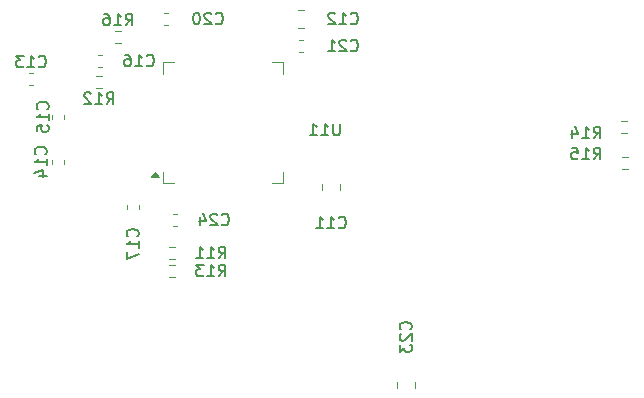
<source format=gbr>
%TF.GenerationSoftware,KiCad,Pcbnew,8.0.3*%
%TF.CreationDate,2024-06-21T15:52:04+03:00*%
%TF.ProjectId,pm,706d2e6b-6963-4616-945f-706362585858,rev?*%
%TF.SameCoordinates,Original*%
%TF.FileFunction,Legend,Bot*%
%TF.FilePolarity,Positive*%
%FSLAX46Y46*%
G04 Gerber Fmt 4.6, Leading zero omitted, Abs format (unit mm)*
G04 Created by KiCad (PCBNEW 8.0.3) date 2024-06-21 15:52:04*
%MOMM*%
%LPD*%
G01*
G04 APERTURE LIST*
%ADD10C,0.150000*%
%ADD11C,0.120000*%
G04 APERTURE END LIST*
D10*
X92336857Y-85035580D02*
X92384476Y-85083200D01*
X92384476Y-85083200D02*
X92527333Y-85130819D01*
X92527333Y-85130819D02*
X92622571Y-85130819D01*
X92622571Y-85130819D02*
X92765428Y-85083200D01*
X92765428Y-85083200D02*
X92860666Y-84987961D01*
X92860666Y-84987961D02*
X92908285Y-84892723D01*
X92908285Y-84892723D02*
X92955904Y-84702247D01*
X92955904Y-84702247D02*
X92955904Y-84559390D01*
X92955904Y-84559390D02*
X92908285Y-84368914D01*
X92908285Y-84368914D02*
X92860666Y-84273676D01*
X92860666Y-84273676D02*
X92765428Y-84178438D01*
X92765428Y-84178438D02*
X92622571Y-84130819D01*
X92622571Y-84130819D02*
X92527333Y-84130819D01*
X92527333Y-84130819D02*
X92384476Y-84178438D01*
X92384476Y-84178438D02*
X92336857Y-84226057D01*
X91384476Y-85130819D02*
X91955904Y-85130819D01*
X91670190Y-85130819D02*
X91670190Y-84130819D01*
X91670190Y-84130819D02*
X91765428Y-84273676D01*
X91765428Y-84273676D02*
X91860666Y-84368914D01*
X91860666Y-84368914D02*
X91955904Y-84416533D01*
X91051142Y-84130819D02*
X90432095Y-84130819D01*
X90432095Y-84130819D02*
X90765428Y-84511771D01*
X90765428Y-84511771D02*
X90622571Y-84511771D01*
X90622571Y-84511771D02*
X90527333Y-84559390D01*
X90527333Y-84559390D02*
X90479714Y-84607009D01*
X90479714Y-84607009D02*
X90432095Y-84702247D01*
X90432095Y-84702247D02*
X90432095Y-84940342D01*
X90432095Y-84940342D02*
X90479714Y-85035580D01*
X90479714Y-85035580D02*
X90527333Y-85083200D01*
X90527333Y-85083200D02*
X90622571Y-85130819D01*
X90622571Y-85130819D02*
X90908285Y-85130819D01*
X90908285Y-85130819D02*
X91003523Y-85083200D01*
X91003523Y-85083200D02*
X91051142Y-85035580D01*
X99702857Y-81574819D02*
X100036190Y-81098628D01*
X100274285Y-81574819D02*
X100274285Y-80574819D01*
X100274285Y-80574819D02*
X99893333Y-80574819D01*
X99893333Y-80574819D02*
X99798095Y-80622438D01*
X99798095Y-80622438D02*
X99750476Y-80670057D01*
X99750476Y-80670057D02*
X99702857Y-80765295D01*
X99702857Y-80765295D02*
X99702857Y-80908152D01*
X99702857Y-80908152D02*
X99750476Y-81003390D01*
X99750476Y-81003390D02*
X99798095Y-81051009D01*
X99798095Y-81051009D02*
X99893333Y-81098628D01*
X99893333Y-81098628D02*
X100274285Y-81098628D01*
X98750476Y-81574819D02*
X99321904Y-81574819D01*
X99036190Y-81574819D02*
X99036190Y-80574819D01*
X99036190Y-80574819D02*
X99131428Y-80717676D01*
X99131428Y-80717676D02*
X99226666Y-80812914D01*
X99226666Y-80812914D02*
X99321904Y-80860533D01*
X97893333Y-80574819D02*
X98083809Y-80574819D01*
X98083809Y-80574819D02*
X98179047Y-80622438D01*
X98179047Y-80622438D02*
X98226666Y-80670057D01*
X98226666Y-80670057D02*
X98321904Y-80812914D01*
X98321904Y-80812914D02*
X98369523Y-81003390D01*
X98369523Y-81003390D02*
X98369523Y-81384342D01*
X98369523Y-81384342D02*
X98321904Y-81479580D01*
X98321904Y-81479580D02*
X98274285Y-81527200D01*
X98274285Y-81527200D02*
X98179047Y-81574819D01*
X98179047Y-81574819D02*
X97988571Y-81574819D01*
X97988571Y-81574819D02*
X97893333Y-81527200D01*
X97893333Y-81527200D02*
X97845714Y-81479580D01*
X97845714Y-81479580D02*
X97798095Y-81384342D01*
X97798095Y-81384342D02*
X97798095Y-81146247D01*
X97798095Y-81146247D02*
X97845714Y-81051009D01*
X97845714Y-81051009D02*
X97893333Y-81003390D01*
X97893333Y-81003390D02*
X97988571Y-80955771D01*
X97988571Y-80955771D02*
X98179047Y-80955771D01*
X98179047Y-80955771D02*
X98274285Y-81003390D01*
X98274285Y-81003390D02*
X98321904Y-81051009D01*
X98321904Y-81051009D02*
X98369523Y-81146247D01*
X139326857Y-92910819D02*
X139660190Y-92434628D01*
X139898285Y-92910819D02*
X139898285Y-91910819D01*
X139898285Y-91910819D02*
X139517333Y-91910819D01*
X139517333Y-91910819D02*
X139422095Y-91958438D01*
X139422095Y-91958438D02*
X139374476Y-92006057D01*
X139374476Y-92006057D02*
X139326857Y-92101295D01*
X139326857Y-92101295D02*
X139326857Y-92244152D01*
X139326857Y-92244152D02*
X139374476Y-92339390D01*
X139374476Y-92339390D02*
X139422095Y-92387009D01*
X139422095Y-92387009D02*
X139517333Y-92434628D01*
X139517333Y-92434628D02*
X139898285Y-92434628D01*
X138374476Y-92910819D02*
X138945904Y-92910819D01*
X138660190Y-92910819D02*
X138660190Y-91910819D01*
X138660190Y-91910819D02*
X138755428Y-92053676D01*
X138755428Y-92053676D02*
X138850666Y-92148914D01*
X138850666Y-92148914D02*
X138945904Y-92196533D01*
X137469714Y-91910819D02*
X137945904Y-91910819D01*
X137945904Y-91910819D02*
X137993523Y-92387009D01*
X137993523Y-92387009D02*
X137945904Y-92339390D01*
X137945904Y-92339390D02*
X137850666Y-92291771D01*
X137850666Y-92291771D02*
X137612571Y-92291771D01*
X137612571Y-92291771D02*
X137517333Y-92339390D01*
X137517333Y-92339390D02*
X137469714Y-92387009D01*
X137469714Y-92387009D02*
X137422095Y-92482247D01*
X137422095Y-92482247D02*
X137422095Y-92720342D01*
X137422095Y-92720342D02*
X137469714Y-92815580D01*
X137469714Y-92815580D02*
X137517333Y-92863200D01*
X137517333Y-92863200D02*
X137612571Y-92910819D01*
X137612571Y-92910819D02*
X137850666Y-92910819D01*
X137850666Y-92910819D02*
X137945904Y-92863200D01*
X137945904Y-92863200D02*
X137993523Y-92815580D01*
X139326857Y-91132819D02*
X139660190Y-90656628D01*
X139898285Y-91132819D02*
X139898285Y-90132819D01*
X139898285Y-90132819D02*
X139517333Y-90132819D01*
X139517333Y-90132819D02*
X139422095Y-90180438D01*
X139422095Y-90180438D02*
X139374476Y-90228057D01*
X139374476Y-90228057D02*
X139326857Y-90323295D01*
X139326857Y-90323295D02*
X139326857Y-90466152D01*
X139326857Y-90466152D02*
X139374476Y-90561390D01*
X139374476Y-90561390D02*
X139422095Y-90609009D01*
X139422095Y-90609009D02*
X139517333Y-90656628D01*
X139517333Y-90656628D02*
X139898285Y-90656628D01*
X138374476Y-91132819D02*
X138945904Y-91132819D01*
X138660190Y-91132819D02*
X138660190Y-90132819D01*
X138660190Y-90132819D02*
X138755428Y-90275676D01*
X138755428Y-90275676D02*
X138850666Y-90370914D01*
X138850666Y-90370914D02*
X138945904Y-90418533D01*
X137517333Y-90466152D02*
X137517333Y-91132819D01*
X137755428Y-90085200D02*
X137993523Y-90799485D01*
X137993523Y-90799485D02*
X137374476Y-90799485D01*
X107830857Y-98403580D02*
X107878476Y-98451200D01*
X107878476Y-98451200D02*
X108021333Y-98498819D01*
X108021333Y-98498819D02*
X108116571Y-98498819D01*
X108116571Y-98498819D02*
X108259428Y-98451200D01*
X108259428Y-98451200D02*
X108354666Y-98355961D01*
X108354666Y-98355961D02*
X108402285Y-98260723D01*
X108402285Y-98260723D02*
X108449904Y-98070247D01*
X108449904Y-98070247D02*
X108449904Y-97927390D01*
X108449904Y-97927390D02*
X108402285Y-97736914D01*
X108402285Y-97736914D02*
X108354666Y-97641676D01*
X108354666Y-97641676D02*
X108259428Y-97546438D01*
X108259428Y-97546438D02*
X108116571Y-97498819D01*
X108116571Y-97498819D02*
X108021333Y-97498819D01*
X108021333Y-97498819D02*
X107878476Y-97546438D01*
X107878476Y-97546438D02*
X107830857Y-97594057D01*
X107449904Y-97594057D02*
X107402285Y-97546438D01*
X107402285Y-97546438D02*
X107307047Y-97498819D01*
X107307047Y-97498819D02*
X107068952Y-97498819D01*
X107068952Y-97498819D02*
X106973714Y-97546438D01*
X106973714Y-97546438D02*
X106926095Y-97594057D01*
X106926095Y-97594057D02*
X106878476Y-97689295D01*
X106878476Y-97689295D02*
X106878476Y-97784533D01*
X106878476Y-97784533D02*
X106926095Y-97927390D01*
X106926095Y-97927390D02*
X107497523Y-98498819D01*
X107497523Y-98498819D02*
X106878476Y-98498819D01*
X106021333Y-97832152D02*
X106021333Y-98498819D01*
X106259428Y-97451200D02*
X106497523Y-98165485D01*
X106497523Y-98165485D02*
X105878476Y-98165485D01*
X123803580Y-107307142D02*
X123851200Y-107259523D01*
X123851200Y-107259523D02*
X123898819Y-107116666D01*
X123898819Y-107116666D02*
X123898819Y-107021428D01*
X123898819Y-107021428D02*
X123851200Y-106878571D01*
X123851200Y-106878571D02*
X123755961Y-106783333D01*
X123755961Y-106783333D02*
X123660723Y-106735714D01*
X123660723Y-106735714D02*
X123470247Y-106688095D01*
X123470247Y-106688095D02*
X123327390Y-106688095D01*
X123327390Y-106688095D02*
X123136914Y-106735714D01*
X123136914Y-106735714D02*
X123041676Y-106783333D01*
X123041676Y-106783333D02*
X122946438Y-106878571D01*
X122946438Y-106878571D02*
X122898819Y-107021428D01*
X122898819Y-107021428D02*
X122898819Y-107116666D01*
X122898819Y-107116666D02*
X122946438Y-107259523D01*
X122946438Y-107259523D02*
X122994057Y-107307142D01*
X122994057Y-107688095D02*
X122946438Y-107735714D01*
X122946438Y-107735714D02*
X122898819Y-107830952D01*
X122898819Y-107830952D02*
X122898819Y-108069047D01*
X122898819Y-108069047D02*
X122946438Y-108164285D01*
X122946438Y-108164285D02*
X122994057Y-108211904D01*
X122994057Y-108211904D02*
X123089295Y-108259523D01*
X123089295Y-108259523D02*
X123184533Y-108259523D01*
X123184533Y-108259523D02*
X123327390Y-108211904D01*
X123327390Y-108211904D02*
X123898819Y-107640476D01*
X123898819Y-107640476D02*
X123898819Y-108259523D01*
X122898819Y-108592857D02*
X122898819Y-109211904D01*
X122898819Y-109211904D02*
X123279771Y-108878571D01*
X123279771Y-108878571D02*
X123279771Y-109021428D01*
X123279771Y-109021428D02*
X123327390Y-109116666D01*
X123327390Y-109116666D02*
X123375009Y-109164285D01*
X123375009Y-109164285D02*
X123470247Y-109211904D01*
X123470247Y-109211904D02*
X123708342Y-109211904D01*
X123708342Y-109211904D02*
X123803580Y-109164285D01*
X123803580Y-109164285D02*
X123851200Y-109116666D01*
X123851200Y-109116666D02*
X123898819Y-109021428D01*
X123898819Y-109021428D02*
X123898819Y-108735714D01*
X123898819Y-108735714D02*
X123851200Y-108640476D01*
X123851200Y-108640476D02*
X123803580Y-108592857D01*
X98075357Y-88244819D02*
X98408690Y-87768628D01*
X98646785Y-88244819D02*
X98646785Y-87244819D01*
X98646785Y-87244819D02*
X98265833Y-87244819D01*
X98265833Y-87244819D02*
X98170595Y-87292438D01*
X98170595Y-87292438D02*
X98122976Y-87340057D01*
X98122976Y-87340057D02*
X98075357Y-87435295D01*
X98075357Y-87435295D02*
X98075357Y-87578152D01*
X98075357Y-87578152D02*
X98122976Y-87673390D01*
X98122976Y-87673390D02*
X98170595Y-87721009D01*
X98170595Y-87721009D02*
X98265833Y-87768628D01*
X98265833Y-87768628D02*
X98646785Y-87768628D01*
X97122976Y-88244819D02*
X97694404Y-88244819D01*
X97408690Y-88244819D02*
X97408690Y-87244819D01*
X97408690Y-87244819D02*
X97503928Y-87387676D01*
X97503928Y-87387676D02*
X97599166Y-87482914D01*
X97599166Y-87482914D02*
X97694404Y-87530533D01*
X96742023Y-87340057D02*
X96694404Y-87292438D01*
X96694404Y-87292438D02*
X96599166Y-87244819D01*
X96599166Y-87244819D02*
X96361071Y-87244819D01*
X96361071Y-87244819D02*
X96265833Y-87292438D01*
X96265833Y-87292438D02*
X96218214Y-87340057D01*
X96218214Y-87340057D02*
X96170595Y-87435295D01*
X96170595Y-87435295D02*
X96170595Y-87530533D01*
X96170595Y-87530533D02*
X96218214Y-87673390D01*
X96218214Y-87673390D02*
X96789642Y-88244819D01*
X96789642Y-88244819D02*
X96170595Y-88244819D01*
X100689580Y-99433142D02*
X100737200Y-99385523D01*
X100737200Y-99385523D02*
X100784819Y-99242666D01*
X100784819Y-99242666D02*
X100784819Y-99147428D01*
X100784819Y-99147428D02*
X100737200Y-99004571D01*
X100737200Y-99004571D02*
X100641961Y-98909333D01*
X100641961Y-98909333D02*
X100546723Y-98861714D01*
X100546723Y-98861714D02*
X100356247Y-98814095D01*
X100356247Y-98814095D02*
X100213390Y-98814095D01*
X100213390Y-98814095D02*
X100022914Y-98861714D01*
X100022914Y-98861714D02*
X99927676Y-98909333D01*
X99927676Y-98909333D02*
X99832438Y-99004571D01*
X99832438Y-99004571D02*
X99784819Y-99147428D01*
X99784819Y-99147428D02*
X99784819Y-99242666D01*
X99784819Y-99242666D02*
X99832438Y-99385523D01*
X99832438Y-99385523D02*
X99880057Y-99433142D01*
X100784819Y-100385523D02*
X100784819Y-99814095D01*
X100784819Y-100099809D02*
X99784819Y-100099809D01*
X99784819Y-100099809D02*
X99927676Y-100004571D01*
X99927676Y-100004571D02*
X100022914Y-99909333D01*
X100022914Y-99909333D02*
X100070533Y-99814095D01*
X99784819Y-100718857D02*
X99784819Y-101385523D01*
X99784819Y-101385523D02*
X100784819Y-100956952D01*
X93069580Y-88664642D02*
X93117200Y-88617023D01*
X93117200Y-88617023D02*
X93164819Y-88474166D01*
X93164819Y-88474166D02*
X93164819Y-88378928D01*
X93164819Y-88378928D02*
X93117200Y-88236071D01*
X93117200Y-88236071D02*
X93021961Y-88140833D01*
X93021961Y-88140833D02*
X92926723Y-88093214D01*
X92926723Y-88093214D02*
X92736247Y-88045595D01*
X92736247Y-88045595D02*
X92593390Y-88045595D01*
X92593390Y-88045595D02*
X92402914Y-88093214D01*
X92402914Y-88093214D02*
X92307676Y-88140833D01*
X92307676Y-88140833D02*
X92212438Y-88236071D01*
X92212438Y-88236071D02*
X92164819Y-88378928D01*
X92164819Y-88378928D02*
X92164819Y-88474166D01*
X92164819Y-88474166D02*
X92212438Y-88617023D01*
X92212438Y-88617023D02*
X92260057Y-88664642D01*
X93164819Y-89617023D02*
X93164819Y-89045595D01*
X93164819Y-89331309D02*
X92164819Y-89331309D01*
X92164819Y-89331309D02*
X92307676Y-89236071D01*
X92307676Y-89236071D02*
X92402914Y-89140833D01*
X92402914Y-89140833D02*
X92450533Y-89045595D01*
X92164819Y-90521785D02*
X92164819Y-90045595D01*
X92164819Y-90045595D02*
X92641009Y-89997976D01*
X92641009Y-89997976D02*
X92593390Y-90045595D01*
X92593390Y-90045595D02*
X92545771Y-90140833D01*
X92545771Y-90140833D02*
X92545771Y-90378928D01*
X92545771Y-90378928D02*
X92593390Y-90474166D01*
X92593390Y-90474166D02*
X92641009Y-90521785D01*
X92641009Y-90521785D02*
X92736247Y-90569404D01*
X92736247Y-90569404D02*
X92974342Y-90569404D01*
X92974342Y-90569404D02*
X93069580Y-90521785D01*
X93069580Y-90521785D02*
X93117200Y-90474166D01*
X93117200Y-90474166D02*
X93164819Y-90378928D01*
X93164819Y-90378928D02*
X93164819Y-90140833D01*
X93164819Y-90140833D02*
X93117200Y-90045595D01*
X93117200Y-90045595D02*
X93069580Y-89997976D01*
X101480857Y-84941580D02*
X101528476Y-84989200D01*
X101528476Y-84989200D02*
X101671333Y-85036819D01*
X101671333Y-85036819D02*
X101766571Y-85036819D01*
X101766571Y-85036819D02*
X101909428Y-84989200D01*
X101909428Y-84989200D02*
X102004666Y-84893961D01*
X102004666Y-84893961D02*
X102052285Y-84798723D01*
X102052285Y-84798723D02*
X102099904Y-84608247D01*
X102099904Y-84608247D02*
X102099904Y-84465390D01*
X102099904Y-84465390D02*
X102052285Y-84274914D01*
X102052285Y-84274914D02*
X102004666Y-84179676D01*
X102004666Y-84179676D02*
X101909428Y-84084438D01*
X101909428Y-84084438D02*
X101766571Y-84036819D01*
X101766571Y-84036819D02*
X101671333Y-84036819D01*
X101671333Y-84036819D02*
X101528476Y-84084438D01*
X101528476Y-84084438D02*
X101480857Y-84132057D01*
X100528476Y-85036819D02*
X101099904Y-85036819D01*
X100814190Y-85036819D02*
X100814190Y-84036819D01*
X100814190Y-84036819D02*
X100909428Y-84179676D01*
X100909428Y-84179676D02*
X101004666Y-84274914D01*
X101004666Y-84274914D02*
X101099904Y-84322533D01*
X99671333Y-84036819D02*
X99861809Y-84036819D01*
X99861809Y-84036819D02*
X99957047Y-84084438D01*
X99957047Y-84084438D02*
X100004666Y-84132057D01*
X100004666Y-84132057D02*
X100099904Y-84274914D01*
X100099904Y-84274914D02*
X100147523Y-84465390D01*
X100147523Y-84465390D02*
X100147523Y-84846342D01*
X100147523Y-84846342D02*
X100099904Y-84941580D01*
X100099904Y-84941580D02*
X100052285Y-84989200D01*
X100052285Y-84989200D02*
X99957047Y-85036819D01*
X99957047Y-85036819D02*
X99766571Y-85036819D01*
X99766571Y-85036819D02*
X99671333Y-84989200D01*
X99671333Y-84989200D02*
X99623714Y-84941580D01*
X99623714Y-84941580D02*
X99576095Y-84846342D01*
X99576095Y-84846342D02*
X99576095Y-84608247D01*
X99576095Y-84608247D02*
X99623714Y-84513009D01*
X99623714Y-84513009D02*
X99671333Y-84465390D01*
X99671333Y-84465390D02*
X99766571Y-84417771D01*
X99766571Y-84417771D02*
X99957047Y-84417771D01*
X99957047Y-84417771D02*
X100052285Y-84465390D01*
X100052285Y-84465390D02*
X100099904Y-84513009D01*
X100099904Y-84513009D02*
X100147523Y-84608247D01*
X92909580Y-92474642D02*
X92957200Y-92427023D01*
X92957200Y-92427023D02*
X93004819Y-92284166D01*
X93004819Y-92284166D02*
X93004819Y-92188928D01*
X93004819Y-92188928D02*
X92957200Y-92046071D01*
X92957200Y-92046071D02*
X92861961Y-91950833D01*
X92861961Y-91950833D02*
X92766723Y-91903214D01*
X92766723Y-91903214D02*
X92576247Y-91855595D01*
X92576247Y-91855595D02*
X92433390Y-91855595D01*
X92433390Y-91855595D02*
X92242914Y-91903214D01*
X92242914Y-91903214D02*
X92147676Y-91950833D01*
X92147676Y-91950833D02*
X92052438Y-92046071D01*
X92052438Y-92046071D02*
X92004819Y-92188928D01*
X92004819Y-92188928D02*
X92004819Y-92284166D01*
X92004819Y-92284166D02*
X92052438Y-92427023D01*
X92052438Y-92427023D02*
X92100057Y-92474642D01*
X93004819Y-93427023D02*
X93004819Y-92855595D01*
X93004819Y-93141309D02*
X92004819Y-93141309D01*
X92004819Y-93141309D02*
X92147676Y-93046071D01*
X92147676Y-93046071D02*
X92242914Y-92950833D01*
X92242914Y-92950833D02*
X92290533Y-92855595D01*
X92338152Y-94284166D02*
X93004819Y-94284166D01*
X91957200Y-94046071D02*
X92671485Y-93807976D01*
X92671485Y-93807976D02*
X92671485Y-94427023D01*
X107322857Y-81385580D02*
X107370476Y-81433200D01*
X107370476Y-81433200D02*
X107513333Y-81480819D01*
X107513333Y-81480819D02*
X107608571Y-81480819D01*
X107608571Y-81480819D02*
X107751428Y-81433200D01*
X107751428Y-81433200D02*
X107846666Y-81337961D01*
X107846666Y-81337961D02*
X107894285Y-81242723D01*
X107894285Y-81242723D02*
X107941904Y-81052247D01*
X107941904Y-81052247D02*
X107941904Y-80909390D01*
X107941904Y-80909390D02*
X107894285Y-80718914D01*
X107894285Y-80718914D02*
X107846666Y-80623676D01*
X107846666Y-80623676D02*
X107751428Y-80528438D01*
X107751428Y-80528438D02*
X107608571Y-80480819D01*
X107608571Y-80480819D02*
X107513333Y-80480819D01*
X107513333Y-80480819D02*
X107370476Y-80528438D01*
X107370476Y-80528438D02*
X107322857Y-80576057D01*
X106941904Y-80576057D02*
X106894285Y-80528438D01*
X106894285Y-80528438D02*
X106799047Y-80480819D01*
X106799047Y-80480819D02*
X106560952Y-80480819D01*
X106560952Y-80480819D02*
X106465714Y-80528438D01*
X106465714Y-80528438D02*
X106418095Y-80576057D01*
X106418095Y-80576057D02*
X106370476Y-80671295D01*
X106370476Y-80671295D02*
X106370476Y-80766533D01*
X106370476Y-80766533D02*
X106418095Y-80909390D01*
X106418095Y-80909390D02*
X106989523Y-81480819D01*
X106989523Y-81480819D02*
X106370476Y-81480819D01*
X105751428Y-80480819D02*
X105656190Y-80480819D01*
X105656190Y-80480819D02*
X105560952Y-80528438D01*
X105560952Y-80528438D02*
X105513333Y-80576057D01*
X105513333Y-80576057D02*
X105465714Y-80671295D01*
X105465714Y-80671295D02*
X105418095Y-80861771D01*
X105418095Y-80861771D02*
X105418095Y-81099866D01*
X105418095Y-81099866D02*
X105465714Y-81290342D01*
X105465714Y-81290342D02*
X105513333Y-81385580D01*
X105513333Y-81385580D02*
X105560952Y-81433200D01*
X105560952Y-81433200D02*
X105656190Y-81480819D01*
X105656190Y-81480819D02*
X105751428Y-81480819D01*
X105751428Y-81480819D02*
X105846666Y-81433200D01*
X105846666Y-81433200D02*
X105894285Y-81385580D01*
X105894285Y-81385580D02*
X105941904Y-81290342D01*
X105941904Y-81290342D02*
X105989523Y-81099866D01*
X105989523Y-81099866D02*
X105989523Y-80861771D01*
X105989523Y-80861771D02*
X105941904Y-80671295D01*
X105941904Y-80671295D02*
X105894285Y-80576057D01*
X105894285Y-80576057D02*
X105846666Y-80528438D01*
X105846666Y-80528438D02*
X105751428Y-80480819D01*
X107576857Y-101292819D02*
X107910190Y-100816628D01*
X108148285Y-101292819D02*
X108148285Y-100292819D01*
X108148285Y-100292819D02*
X107767333Y-100292819D01*
X107767333Y-100292819D02*
X107672095Y-100340438D01*
X107672095Y-100340438D02*
X107624476Y-100388057D01*
X107624476Y-100388057D02*
X107576857Y-100483295D01*
X107576857Y-100483295D02*
X107576857Y-100626152D01*
X107576857Y-100626152D02*
X107624476Y-100721390D01*
X107624476Y-100721390D02*
X107672095Y-100769009D01*
X107672095Y-100769009D02*
X107767333Y-100816628D01*
X107767333Y-100816628D02*
X108148285Y-100816628D01*
X106624476Y-101292819D02*
X107195904Y-101292819D01*
X106910190Y-101292819D02*
X106910190Y-100292819D01*
X106910190Y-100292819D02*
X107005428Y-100435676D01*
X107005428Y-100435676D02*
X107100666Y-100530914D01*
X107100666Y-100530914D02*
X107195904Y-100578533D01*
X105672095Y-101292819D02*
X106243523Y-101292819D01*
X105957809Y-101292819D02*
X105957809Y-100292819D01*
X105957809Y-100292819D02*
X106053047Y-100435676D01*
X106053047Y-100435676D02*
X106148285Y-100530914D01*
X106148285Y-100530914D02*
X106243523Y-100578533D01*
X107576857Y-102816819D02*
X107910190Y-102340628D01*
X108148285Y-102816819D02*
X108148285Y-101816819D01*
X108148285Y-101816819D02*
X107767333Y-101816819D01*
X107767333Y-101816819D02*
X107672095Y-101864438D01*
X107672095Y-101864438D02*
X107624476Y-101912057D01*
X107624476Y-101912057D02*
X107576857Y-102007295D01*
X107576857Y-102007295D02*
X107576857Y-102150152D01*
X107576857Y-102150152D02*
X107624476Y-102245390D01*
X107624476Y-102245390D02*
X107672095Y-102293009D01*
X107672095Y-102293009D02*
X107767333Y-102340628D01*
X107767333Y-102340628D02*
X108148285Y-102340628D01*
X106624476Y-102816819D02*
X107195904Y-102816819D01*
X106910190Y-102816819D02*
X106910190Y-101816819D01*
X106910190Y-101816819D02*
X107005428Y-101959676D01*
X107005428Y-101959676D02*
X107100666Y-102054914D01*
X107100666Y-102054914D02*
X107195904Y-102102533D01*
X106291142Y-101816819D02*
X105672095Y-101816819D01*
X105672095Y-101816819D02*
X106005428Y-102197771D01*
X106005428Y-102197771D02*
X105862571Y-102197771D01*
X105862571Y-102197771D02*
X105767333Y-102245390D01*
X105767333Y-102245390D02*
X105719714Y-102293009D01*
X105719714Y-102293009D02*
X105672095Y-102388247D01*
X105672095Y-102388247D02*
X105672095Y-102626342D01*
X105672095Y-102626342D02*
X105719714Y-102721580D01*
X105719714Y-102721580D02*
X105767333Y-102769200D01*
X105767333Y-102769200D02*
X105862571Y-102816819D01*
X105862571Y-102816819D02*
X106148285Y-102816819D01*
X106148285Y-102816819D02*
X106243523Y-102769200D01*
X106243523Y-102769200D02*
X106291142Y-102721580D01*
X118752857Y-83671580D02*
X118800476Y-83719200D01*
X118800476Y-83719200D02*
X118943333Y-83766819D01*
X118943333Y-83766819D02*
X119038571Y-83766819D01*
X119038571Y-83766819D02*
X119181428Y-83719200D01*
X119181428Y-83719200D02*
X119276666Y-83623961D01*
X119276666Y-83623961D02*
X119324285Y-83528723D01*
X119324285Y-83528723D02*
X119371904Y-83338247D01*
X119371904Y-83338247D02*
X119371904Y-83195390D01*
X119371904Y-83195390D02*
X119324285Y-83004914D01*
X119324285Y-83004914D02*
X119276666Y-82909676D01*
X119276666Y-82909676D02*
X119181428Y-82814438D01*
X119181428Y-82814438D02*
X119038571Y-82766819D01*
X119038571Y-82766819D02*
X118943333Y-82766819D01*
X118943333Y-82766819D02*
X118800476Y-82814438D01*
X118800476Y-82814438D02*
X118752857Y-82862057D01*
X118371904Y-82862057D02*
X118324285Y-82814438D01*
X118324285Y-82814438D02*
X118229047Y-82766819D01*
X118229047Y-82766819D02*
X117990952Y-82766819D01*
X117990952Y-82766819D02*
X117895714Y-82814438D01*
X117895714Y-82814438D02*
X117848095Y-82862057D01*
X117848095Y-82862057D02*
X117800476Y-82957295D01*
X117800476Y-82957295D02*
X117800476Y-83052533D01*
X117800476Y-83052533D02*
X117848095Y-83195390D01*
X117848095Y-83195390D02*
X118419523Y-83766819D01*
X118419523Y-83766819D02*
X117800476Y-83766819D01*
X116848095Y-83766819D02*
X117419523Y-83766819D01*
X117133809Y-83766819D02*
X117133809Y-82766819D01*
X117133809Y-82766819D02*
X117229047Y-82909676D01*
X117229047Y-82909676D02*
X117324285Y-83004914D01*
X117324285Y-83004914D02*
X117419523Y-83052533D01*
X117736857Y-98657580D02*
X117784476Y-98705200D01*
X117784476Y-98705200D02*
X117927333Y-98752819D01*
X117927333Y-98752819D02*
X118022571Y-98752819D01*
X118022571Y-98752819D02*
X118165428Y-98705200D01*
X118165428Y-98705200D02*
X118260666Y-98609961D01*
X118260666Y-98609961D02*
X118308285Y-98514723D01*
X118308285Y-98514723D02*
X118355904Y-98324247D01*
X118355904Y-98324247D02*
X118355904Y-98181390D01*
X118355904Y-98181390D02*
X118308285Y-97990914D01*
X118308285Y-97990914D02*
X118260666Y-97895676D01*
X118260666Y-97895676D02*
X118165428Y-97800438D01*
X118165428Y-97800438D02*
X118022571Y-97752819D01*
X118022571Y-97752819D02*
X117927333Y-97752819D01*
X117927333Y-97752819D02*
X117784476Y-97800438D01*
X117784476Y-97800438D02*
X117736857Y-97848057D01*
X116784476Y-98752819D02*
X117355904Y-98752819D01*
X117070190Y-98752819D02*
X117070190Y-97752819D01*
X117070190Y-97752819D02*
X117165428Y-97895676D01*
X117165428Y-97895676D02*
X117260666Y-97990914D01*
X117260666Y-97990914D02*
X117355904Y-98038533D01*
X115832095Y-98752819D02*
X116403523Y-98752819D01*
X116117809Y-98752819D02*
X116117809Y-97752819D01*
X116117809Y-97752819D02*
X116213047Y-97895676D01*
X116213047Y-97895676D02*
X116308285Y-97990914D01*
X116308285Y-97990914D02*
X116403523Y-98038533D01*
X118752857Y-81385580D02*
X118800476Y-81433200D01*
X118800476Y-81433200D02*
X118943333Y-81480819D01*
X118943333Y-81480819D02*
X119038571Y-81480819D01*
X119038571Y-81480819D02*
X119181428Y-81433200D01*
X119181428Y-81433200D02*
X119276666Y-81337961D01*
X119276666Y-81337961D02*
X119324285Y-81242723D01*
X119324285Y-81242723D02*
X119371904Y-81052247D01*
X119371904Y-81052247D02*
X119371904Y-80909390D01*
X119371904Y-80909390D02*
X119324285Y-80718914D01*
X119324285Y-80718914D02*
X119276666Y-80623676D01*
X119276666Y-80623676D02*
X119181428Y-80528438D01*
X119181428Y-80528438D02*
X119038571Y-80480819D01*
X119038571Y-80480819D02*
X118943333Y-80480819D01*
X118943333Y-80480819D02*
X118800476Y-80528438D01*
X118800476Y-80528438D02*
X118752857Y-80576057D01*
X117800476Y-81480819D02*
X118371904Y-81480819D01*
X118086190Y-81480819D02*
X118086190Y-80480819D01*
X118086190Y-80480819D02*
X118181428Y-80623676D01*
X118181428Y-80623676D02*
X118276666Y-80718914D01*
X118276666Y-80718914D02*
X118371904Y-80766533D01*
X117419523Y-80576057D02*
X117371904Y-80528438D01*
X117371904Y-80528438D02*
X117276666Y-80480819D01*
X117276666Y-80480819D02*
X117038571Y-80480819D01*
X117038571Y-80480819D02*
X116943333Y-80528438D01*
X116943333Y-80528438D02*
X116895714Y-80576057D01*
X116895714Y-80576057D02*
X116848095Y-80671295D01*
X116848095Y-80671295D02*
X116848095Y-80766533D01*
X116848095Y-80766533D02*
X116895714Y-80909390D01*
X116895714Y-80909390D02*
X117467142Y-81480819D01*
X117467142Y-81480819D02*
X116848095Y-81480819D01*
X117824094Y-89878819D02*
X117824094Y-90688342D01*
X117824094Y-90688342D02*
X117776475Y-90783580D01*
X117776475Y-90783580D02*
X117728856Y-90831200D01*
X117728856Y-90831200D02*
X117633618Y-90878819D01*
X117633618Y-90878819D02*
X117443142Y-90878819D01*
X117443142Y-90878819D02*
X117347904Y-90831200D01*
X117347904Y-90831200D02*
X117300285Y-90783580D01*
X117300285Y-90783580D02*
X117252666Y-90688342D01*
X117252666Y-90688342D02*
X117252666Y-89878819D01*
X116252666Y-90878819D02*
X116824094Y-90878819D01*
X116538380Y-90878819D02*
X116538380Y-89878819D01*
X116538380Y-89878819D02*
X116633618Y-90021676D01*
X116633618Y-90021676D02*
X116728856Y-90116914D01*
X116728856Y-90116914D02*
X116824094Y-90164533D01*
X115300285Y-90878819D02*
X115871713Y-90878819D01*
X115585999Y-90878819D02*
X115585999Y-89878819D01*
X115585999Y-89878819D02*
X115681237Y-90021676D01*
X115681237Y-90021676D02*
X115776475Y-90116914D01*
X115776475Y-90116914D02*
X115871713Y-90164533D01*
D11*
%TO.C,C13*%
X91547733Y-86616000D02*
X91840267Y-86616000D01*
X91547733Y-85596000D02*
X91840267Y-85596000D01*
%TO.C,R16*%
X98805276Y-82027500D02*
X99314724Y-82027500D01*
X98805276Y-83072500D02*
X99314724Y-83072500D01*
%TO.C,R15*%
X141731276Y-92695500D02*
X142240724Y-92695500D01*
X141731276Y-93740500D02*
X142240724Y-93740500D01*
%TO.C,R14*%
X142137224Y-90692500D02*
X141627776Y-90692500D01*
X142137224Y-89647500D02*
X141627776Y-89647500D01*
%TO.C,C24*%
X103739733Y-97534000D02*
X104032267Y-97534000D01*
X103739733Y-98554000D02*
X104032267Y-98554000D01*
%TO.C,C23*%
X122709000Y-111731248D02*
X122709000Y-112253752D01*
X124179000Y-111731248D02*
X124179000Y-112253752D01*
%TO.C,R12*%
X97687224Y-86882500D02*
X97177776Y-86882500D01*
X97687224Y-85837500D02*
X97177776Y-85837500D01*
%TO.C,C17*%
X100840000Y-96781233D02*
X100840000Y-97073767D01*
X99820000Y-96781233D02*
X99820000Y-97073767D01*
%TO.C,C15*%
X94490000Y-89161233D02*
X94490000Y-89453767D01*
X93470000Y-89161233D02*
X93470000Y-89453767D01*
%TO.C,C16*%
X97389733Y-84072000D02*
X97682267Y-84072000D01*
X97389733Y-85092000D02*
X97682267Y-85092000D01*
%TO.C,C14*%
X93470000Y-93263767D02*
X93470000Y-92971233D01*
X94490000Y-93263767D02*
X94490000Y-92971233D01*
%TO.C,C20*%
X103270267Y-81536000D02*
X102977733Y-81536000D01*
X103270267Y-80516000D02*
X102977733Y-80516000D01*
%TO.C,R11*%
X103886724Y-100315500D02*
X103377276Y-100315500D01*
X103886724Y-101360500D02*
X103377276Y-101360500D01*
%TO.C,R13*%
X103886724Y-102884500D02*
X103377276Y-102884500D01*
X103886724Y-101839500D02*
X103377276Y-101839500D01*
%TO.C,C21*%
X114407733Y-83822000D02*
X114700267Y-83822000D01*
X114407733Y-82802000D02*
X114700267Y-82802000D01*
%TO.C,C11*%
X116359000Y-95489752D02*
X116359000Y-94967248D01*
X117829000Y-95489752D02*
X117829000Y-94967248D01*
%TO.C,C12*%
X114815252Y-80291000D02*
X114292748Y-80291000D01*
X114815252Y-81761000D02*
X114292748Y-81761000D01*
%TO.C,U11*%
X102545000Y-94437500D02*
X101865000Y-94437500D01*
X102205000Y-93967500D01*
X102545000Y-94437500D01*
G36*
X102545000Y-94437500D02*
G01*
X101865000Y-94437500D01*
X102205000Y-93967500D01*
X102545000Y-94437500D01*
G37*
X113040000Y-94917500D02*
X112090000Y-94917500D01*
X113040000Y-93967500D02*
X113040000Y-94917500D01*
X113040000Y-85647500D02*
X113040000Y-84697500D01*
X113040000Y-84697500D02*
X112090000Y-84697500D01*
X102820000Y-94917500D02*
X103770000Y-94917500D01*
X102820000Y-93967500D02*
X102820000Y-94917500D01*
X102820000Y-85647500D02*
X102820000Y-84697500D01*
X102820000Y-84697500D02*
X103770000Y-84697500D01*
%TD*%
M02*

</source>
